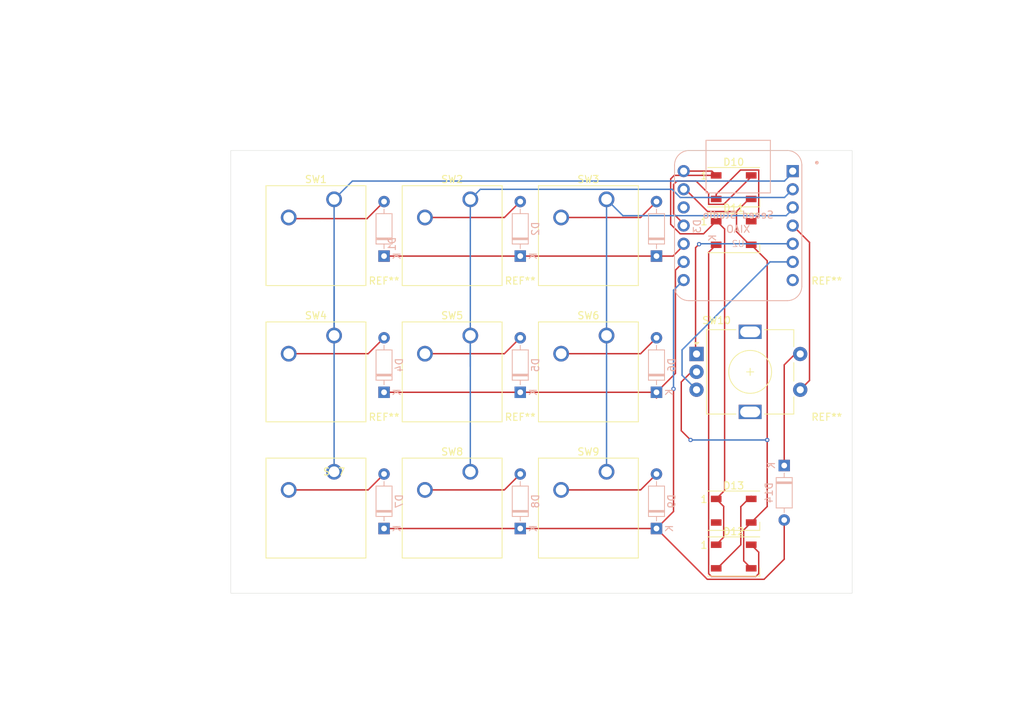
<source format=kicad_pcb>
(kicad_pcb (version 20240108) (generator "pcbnew") (generator_version "8.0")
  (layers (0 "F.Cu" signal) (31 "B.Cu" signal) (34 "B.Paste" user) (35 "F.Paste" user) (36 "B.SilkS" user "B.Silkscreen") (37 "F.SilkS" user "F.Silkscreen") (38 "B.Mask" user) (39 "F.Mask" user) (44 "Edge.Cuts" user))
  (net 0 "")
  (net 1 "Net-(D1-A)")
  (net 2 "Row 0")
  (net 3 "Net-(D11-DOUT)")
  (net 4 "Net-(D12-DOUT)")
  (net 5 "Net-(D2-A)")
  (net 6 "Net-(D3-A)")
  (net 7 "Net-(D4-A)")
  (net 8 "Row 1")
  (net 9 "Net-(D5-A)")
  (net 10 "Net-(D6-A)")
  (net 11 "Row 2")
  (net 12 "Net-(D7-A)")
  (net 13 "Net-(D8-A)")
  (net 14 "Net-(D9-A)")
  (net 15 "Col 0")
  (net 16 "Col 1")
  (net 17 "Col 2")
  (net 18 "GND")
  (net 19 "Net-(D10-DOUT)")
  (net 20 "VCC")
  (net 21 "WS2812B")
  (net 25 "EC11SWA")
  (net 26 "EC11A")
  (net 27 "EC11SWB")
  (net 28 "EC11B")
  (footprint "Button_Switch_Keyboard:SW_Cherry_MX_1.00u_PCB" (layer "F.Cu") (at 88.265 85.4075)
    (property "Reference" "SW7" (at 0 0 0) (layer "F.SilkS"))
    (property "Value" "SW_Push_45deg")
    (fp_line (start -9.525 -1.905) (end 4.445 -1.905) (stroke (width 0.12)) (layer "F.SilkS"))
    (fp_line (start -9.525 12.065) (end -9.525 -1.905) (stroke (width 0.12)) (layer "F.SilkS"))
    (fp_line (start 4.445 -1.905) (end 4.445 12.065) (stroke (width 0.12)) (layer "F.SilkS"))
    (fp_line (start 4.445 12.065) (end -9.525 12.065) (stroke (width 0.12)) (layer "F.SilkS"))
    (pad "" np_thru_hole circle (at -7.62 5.08) (size 1.7 1.7) (drill 1.7) (layers "*.Cu" "*.Mask"))
    (pad "" np_thru_hole circle (at -2.54 5.08) (size 4 4) (drill 4) (layers "*.Cu" "*.Mask"))
    (pad "" np_thru_hole circle (at 2.54 5.08) (size 1.7 1.7) (drill 1.7) (layers "*.Cu" "*.Mask"))
    (pad "1" thru_hole circle (at 0 0) (size 2.2 2.2) (drill 1.5) (layers "*.Cu" "*.Mask") (net 15 "Col 0"))
    (pad "2" thru_hole circle (at -6.35 2.54) (size 2.2 2.2) (drill 1.5) (layers "*.Cu" "*.Mask") (net 12 "Net-(D7-A)"))
  )
  (footprint "MountingHole:MountingHole_2.2mm_M2" (layer "F.Cu") (at 114.3 61.9125)
    (property "Reference" "REF**" (at 0 -3.2 0) (layer "F.SilkS"))
    (property "Value" "MountingHole_2.2mm_M2")
    (pad "" np_thru_hole circle (at 0 0) (size 2.2 2.2) (drill 2.2) (layers "*.Cu" "*.Mask"))
  )
  (footprint "MountingHole:MountingHole_2.2mm_M2" (layer "F.Cu") (at 95.252 80.9642)
    (property "Reference" "REF**" (at 0 -3.2 0) (layer "F.SilkS"))
    (property "Value" "MountingHole_2.2mm_M2")
    (pad "" np_thru_hole circle (at 0 0) (size 2.2 2.2) (drill 2.2) (layers "*.Cu" "*.Mask"))
  )
  (footprint "Button_Switch_Keyboard:SW_Cherry_MX_1.00u_PCB" (layer "F.Cu") (at 107.315 66.3575)
    (property "Reference" "SW5" (at -2.54 -2.794 0) (layer "F.SilkS"))
    (property "Value" "SW_Push_45deg")
    (fp_line (start -9.525 -1.905) (end 4.445 -1.905) (stroke (width 0.12)) (layer "F.SilkS"))
    (fp_line (start -9.525 12.065) (end -9.525 -1.905) (stroke (width 0.12)) (layer "F.SilkS"))
    (fp_line (start 4.445 -1.905) (end 4.445 12.065) (stroke (width 0.12)) (layer "F.SilkS"))
    (fp_line (start 4.445 12.065) (end -9.525 12.065) (stroke (width 0.12)) (layer "F.SilkS"))
    (pad "" np_thru_hole circle (at -7.62 5.08) (size 1.7 1.7) (drill 1.7) (layers "*.Cu" "*.Mask"))
    (pad "" np_thru_hole circle (at -2.54 5.08) (size 4 4) (drill 4) (layers "*.Cu" "*.Mask"))
    (pad "" np_thru_hole circle (at 2.54 5.08) (size 1.7 1.7) (drill 1.7) (layers "*.Cu" "*.Mask"))
    (pad "1" thru_hole circle (at 0 0) (size 2.2 2.2) (drill 1.5) (layers "*.Cu" "*.Mask") (net 16 "Col 1"))
    (pad "2" thru_hole circle (at -6.35 2.54) (size 2.2 2.2) (drill 1.5) (layers "*.Cu" "*.Mask") (net 9 "Net-(D5-A)"))
  )
  (footprint "LED_SMD:LED_WS2812B_PLCC4_5.0x5.0mm_P3.2mm" (layer "F.Cu") (at 144.14375 52.01875)
    (property "Reference" "D11" (at 0 -3.5 0) (layer "F.SilkS"))
    (property "Value" "WS2812B")
    (fp_line (start -3.65 -2.75) (end 3.65 -2.75) (stroke (width 0.12)) (layer "F.SilkS"))
    (fp_line (start -3.65 2.75) (end 3.65 2.75) (stroke (width 0.12)) (layer "F.SilkS"))
    (fp_line (start 3.65 2.75) (end 3.65 1.6) (stroke (width 0.12)) (layer "F.SilkS"))
    (fp_text user "1" (at -4.15 -1.6 0) (layer "F.SilkS"))
    (pad "1" smd rect (at -2.45 -1.65) (size 1.5 0.9) (layers "F.Cu" "F.Paste" "F.Mask") (net 20 "VCC"))
    (pad "2" smd rect (at -2.45 1.65) (size 1.5 0.9) (layers "F.Cu" "F.Paste" "F.Mask") (net 3 "Net-(D11-DOUT)"))
    (pad "3" smd rect (at 2.45 1.65) (size 1.5 0.9) (layers "F.Cu" "F.Paste" "F.Mask") (net 18 "GND"))
    (pad "4" smd rect (at 2.45 -1.65) (size 1.5 0.9) (layers "F.Cu" "F.Paste" "F.Mask") (net 19 "Net-(D10-DOUT)"))
  )
  (footprint "Button_Switch_Keyboard:SW_Cherry_MX_1.00u_PCB" (layer "F.Cu") (at 126.365 66.3575)
    (property "Reference" "SW6" (at -2.54 -2.794 0) (layer "F.SilkS"))
    (property "Value" "SW_Push_45deg")
    (fp_line (start -9.525 -1.905) (end 4.445 -1.905) (stroke (width 0.12)) (layer "F.SilkS"))
    (fp_line (start -9.525 12.065) (end -9.525 -1.905) (stroke (width 0.12)) (layer "F.SilkS"))
    (fp_line (start 4.445 -1.905) (end 4.445 12.065) (stroke (width 0.12)) (layer "F.SilkS"))
    (fp_line (start 4.445 12.065) (end -9.525 12.065) (stroke (width 0.12)) (layer "F.SilkS"))
    (pad "" np_thru_hole circle (at -7.62 5.08) (size 1.7 1.7) (drill 1.7) (layers "*.Cu" "*.Mask"))
    (pad "" np_thru_hole circle (at -2.54 5.08) (size 4 4) (drill 4) (layers "*.Cu" "*.Mask"))
    (pad "" np_thru_hole circle (at 2.54 5.08) (size 1.7 1.7) (drill 1.7) (layers "*.Cu" "*.Mask"))
    (pad "1" thru_hole circle (at 0 0) (size 2.2 2.2) (drill 1.5) (layers "*.Cu" "*.Mask") (net 17 "Col 2"))
    (pad "2" thru_hole circle (at -6.35 2.54) (size 2.2 2.2) (drill 1.5) (layers "*.Cu" "*.Mask") (net 10 "Net-(D6-A)"))
  )
  (footprint "MountingHole:MountingHole_2.2mm_M2" (layer "F.Cu") (at 157.1658 61.9138)
    (property "Reference" "REF**" (at 0 -3.2 0) (layer "F.SilkS"))
    (property "Value" "MountingHole_2.2mm_M2")
    (pad "" np_thru_hole circle (at 0 0) (size 2.2 2.2) (drill 2.2) (layers "*.Cu" "*.Mask"))
  )
  (footprint "Button_Switch_Keyboard:SW_Cherry_MX_1.00u_PCB" (layer "F.Cu") (at 88.265 47.3075)
    (property "Reference" "SW1" (at -2.54 -2.794 0) (layer "F.SilkS"))
    (property "Value" "SW_Push_45deg")
    (fp_line (start -9.525 -1.905) (end 4.445 -1.905) (stroke (width 0.12)) (layer "F.SilkS"))
    (fp_line (start -9.525 12.065) (end -9.525 -1.905) (stroke (width 0.12)) (layer "F.SilkS"))
    (fp_line (start 4.445 -1.905) (end 4.445 12.065) (stroke (width 0.12)) (layer "F.SilkS"))
    (fp_line (start 4.445 12.065) (end -9.525 12.065) (stroke (width 0.12)) (layer "F.SilkS"))
    (pad "" np_thru_hole circle (at -7.62 5.08) (size 1.7 1.7) (drill 1.7) (layers "*.Cu" "*.Mask"))
    (pad "" np_thru_hole circle (at -2.54 5.08) (size 4 4) (drill 4) (layers "*.Cu" "*.Mask"))
    (pad "" np_thru_hole circle (at 2.54 5.08) (size 1.7 1.7) (drill 1.7) (layers "*.Cu" "*.Mask"))
    (pad "1" thru_hole circle (at 0 0) (size 2.2 2.2) (drill 1.5) (layers "*.Cu" "*.Mask") (net 15 "Col 0"))
    (pad "2" thru_hole circle (at -6.35 2.54) (size 2.2 2.2) (drill 1.5) (layers "*.Cu" "*.Mask") (net 1 "Net-(D1-A)"))
  )
  (footprint "Rotary_Encoder:RotaryEncoder_Alps_EC11E-Switch_Vertical_H20mm" (layer "F.Cu") (at 138.94995 68.939)
    (property "Reference" "SW10" (at 2.8 -4.7 0) (layer "F.SilkS"))
    (property "Value" "RotaryEncoder_Switch")
    (fp_line (start -0.3 -1.6) (end 0.3 -1.6) (stroke (width 0.12)) (layer "F.SilkS"))
    (fp_line (start 0 -1.3) (end -0.3 -1.6) (stroke (width 0.12)) (layer "F.SilkS"))
    (fp_line (start 0.3 -1.6) (end 0 -1.3) (stroke (width 0.12)) (layer "F.SilkS"))
    (fp_line (start 1.4 -3.4) (end 1.4 8.4) (stroke (width 0.12)) (layer "F.SilkS"))
    (fp_line (start 5.5 -3.4) (end 1.4 -3.4) (stroke (width 0.12)) (layer "F.SilkS"))
    (fp_line (start 5.5 8.4) (end 1.4 8.4) (stroke (width 0.12)) (layer "F.SilkS"))
    (fp_line (start 7 2.5) (end 8 2.5) (stroke (width 0.12)) (layer "F.SilkS"))
    (fp_line (start 7.5 2) (end 7.5 3) (stroke (width 0.12)) (layer "F.SilkS"))
    (fp_line (start 9.5 -3.4) (end 13.6 -3.4) (stroke (width 0.12)) (layer "F.SilkS"))
    (fp_line (start 13.6 -3.4) (end 13.6 -1) (stroke (width 0.12)) (layer "F.SilkS"))
    (fp_line (start 13.6 1.2) (end 13.6 3.8) (stroke (width 0.12)) (layer "F.SilkS"))
    (fp_line (start 13.6 6) (end 13.6 8.4) (stroke (width 0.12)) (layer "F.SilkS"))
    (fp_line (start 13.6 8.4) (end 9.5 8.4) (stroke (width 0.12)) (layer "F.SilkS"))
    (fp_circle (center 7.5 2.5) (end 10.5 2.5) (stroke (width 0.12)) (fill none) (layer "F.SilkS"))
    (pad "A" thru_hole rect (at 0 0) (size 2 2) (drill 1) (layers "*.Cu" "*.Mask") (net 26 "EC11A"))
    (pad "B" thru_hole circle (at 0 5) (size 2 2) (drill 1) (layers "*.Cu" "*.Mask") (net 28 "EC11B"))
    (pad "C" thru_hole circle (at 0 2.5) (size 2 2) (drill 1) (layers "*.Cu" "*.Mask") (net 18 "GND"))
    (pad "MP" thru_hole rect (at 7.5 -3.1) (size 3.2 2) (drill oval 2.8 1.5) (layers "*.Cu" "*.Mask"))
    (pad "MP" thru_hole rect (at 7.5 8.1) (size 3.2 2) (drill oval 2.8 1.5) (layers "*.Cu" "*.Mask"))
    (pad "S1" thru_hole circle (at 14.5 5) (size 2 2) (drill 1) (layers "*.Cu" "*.Mask") (net 27 "EC11SWB"))
    (pad "S2" thru_hole circle (at 14.5 0) (size 2 2) (drill 1) (layers "*.Cu" "*.Mask") (net 25 "EC11SWA"))
  )
  (footprint "LED_SMD:LED_WS2812B_PLCC4_5.0x5.0mm_P3.2mm" (layer "F.Cu") (at 144.14375 90.85625)
    (property "Reference" "D13" (at 0 -3.5 0) (layer "F.SilkS"))
    (property "Value" "WS2812B")
    (fp_line (start -3.65 -2.75) (end 3.65 -2.75) (stroke (width 0.12)) (layer "F.SilkS"))
    (fp_line (start -3.65 2.75) (end 3.65 2.75) (stroke (width 0.12)) (layer "F.SilkS"))
    (fp_line (start 3.65 2.75) (end 3.65 1.6) (stroke (width 0.12)) (layer "F.SilkS"))
    (fp_text user "1" (at -4.15 -1.6 0) (layer "F.SilkS"))
    (pad "1" smd rect (at -2.45 -1.65) (size 1.5 0.9) (layers "F.Cu" "F.Paste" "F.Mask") (net 20 "VCC"))
    (pad "2" smd rect (at -2.45 1.65) (size 1.5 0.9) (layers "F.Cu" "F.Paste" "F.Mask"))
    (pad "3" smd rect (at 2.45 1.65) (size 1.5 0.9) (layers "F.Cu" "F.Paste" "F.Mask") (net 18 "GND"))
    (pad "4" smd rect (at 2.45 -1.65) (size 1.5 0.9) (layers "F.Cu" "F.Paste" "F.Mask") (net 4 "Net-(D12-DOUT)"))
  )
  (footprint "MountingHole:MountingHole_2.2mm_M2" (layer "F.Cu") (at 114.3 80.9625)
    (property "Reference" "REF**" (at 0 -3.2 0) (layer "F.SilkS"))
    (property "Value" "MountingHole_2.2mm_M2")
    (pad "" np_thru_hole circle (at 0 0) (size 2.2 2.2) (drill 2.2) (layers "*.Cu" "*.Mask"))
  )
  (footprint "MountingHole:MountingHole_2.2mm_M2" (layer "F.Cu") (at 157.1658 80.9642)
    (property "Reference" "REF**" (at 0 -3.2 0) (layer "F.SilkS"))
    (property "Value" "MountingHole_2.2mm_M2")
    (pad "" np_thru_hole circle (at 0 0) (size 2.2 2.2) (drill 2.2) (layers "*.Cu" "*.Mask"))
  )
  (footprint "MountingHole:MountingHole_2.2mm_M2" (layer "F.Cu") (at 95.252 61.9138)
    (property "Reference" "REF**" (at 0 -3.2 0) (layer "F.SilkS"))
    (property "Value" "MountingHole_2.2mm_M2")
    (pad "" np_thru_hole circle (at 0 0) (size 2.2 2.2) (drill 2.2) (layers "*.Cu" "*.Mask"))
  )
  (footprint "LED_SMD:LED_WS2812B_PLCC4_5.0x5.0mm_P3.2mm" (layer "F.Cu") (at 144.14375 45.6125)
    (property "Reference" "D10" (at 0 -3.5 0) (layer "F.SilkS"))
    (property "Value" "WS2812B")
    (fp_line (start -3.65 -2.75) (end 3.65 -2.75) (stroke (width 0.12)) (layer "F.SilkS"))
    (fp_line (start -3.65 2.75) (end 3.65 2.75) (stroke (width 0.12)) (layer "F.SilkS"))
    (fp_line (start 3.65 2.75) (end 3.65 1.6) (stroke (width 0.12)) (layer "F.SilkS"))
    (fp_text user "1" (at -4.15 -1.6 0) (layer "F.SilkS"))
    (pad "1" smd rect (at -2.45 -1.65) (size 1.5 0.9) (layers "F.Cu" "F.Paste" "F.Mask") (net 20 "VCC"))
    (pad "2" smd rect (at -2.45 1.65) (size 1.5 0.9) (layers "F.Cu" "F.Paste" "F.Mask") (net 19 "Net-(D10-DOUT)"))
    (pad "3" smd rect (at 2.45 1.65) (size 1.5 0.9) (layers "F.Cu" "F.Paste" "F.Mask") (net 18 "GND"))
    (pad "4" smd rect (at 2.45 -1.65) (size 1.5 0.9) (layers "F.Cu" "F.Paste" "F.Mask") (net 21 "WS2812B"))
  )
  (footprint "Button_Switch_Keyboard:SW_Cherry_MX_1.00u_PCB" (layer "F.Cu") (at 126.365 47.3075)
    (property "Reference" "SW3" (at -2.54 -2.794 0) (layer "F.SilkS"))
    (property "Value" "SW_Push_45deg")
    (fp_line (start -9.525 -1.905) (end 4.445 -1.905) (stroke (width 0.12)) (layer "F.SilkS"))
    (fp_line (start -9.525 12.065) (end -9.525 -1.905) (stroke (width 0.12)) (layer "F.SilkS"))
    (fp_line (start 4.445 -1.905) (end 4.445 12.065) (stroke (width 0.12)) (layer "F.SilkS"))
    (fp_line (start 4.445 12.065) (end -9.525 12.065) (stroke (width 0.12)) (layer "F.SilkS"))
    (pad "" np_thru_hole circle (at -7.62 5.08) (size 1.7 1.7) (drill 1.7) (layers "*.Cu" "*.Mask"))
    (pad "" np_thru_hole circle (at -2.54 5.08) (size 4 4) (drill 4) (layers "*.Cu" "*.Mask"))
    (pad "" np_thru_hole circle (at 2.54 5.08) (size 1.7 1.7) (drill 1.7) (layers "*.Cu" "*.Mask"))
    (pad "1" thru_hole circle (at 0 0) (size 2.2 2.2) (drill 1.5) (layers "*.Cu" "*.Mask") (net 17 "Col 2"))
    (pad "2" thru_hole circle (at -6.35 2.54) (size 2.2 2.2) (drill 1.5) (layers "*.Cu" "*.Mask") (net 6 "Net-(D3-A)"))
  )
  (footprint "Button_Switch_Keyboard:SW_Cherry_MX_1.00u_PCB" (layer "F.Cu") (at 107.315 85.4075)
    (property "Reference" "SW8" (at -2.54 -2.794 0) (layer "F.SilkS"))
    (property "Value" "SW_Push_45deg")
    (fp_line (start -9.525 -1.905) (end 4.445 -1.905) (stroke (width 0.12)) (layer "F.SilkS"))
    (fp_line (start -9.525 12.065) (end -9.525 -1.905) (stroke (width 0.12)) (layer "F.SilkS"))
    (fp_line (start 4.445 -1.905) (end 4.445 12.065) (stroke (width 0.12)) (layer "F.SilkS"))
    (fp_line (start 4.445 12.065) (end -9.525 12.065) (stroke (width 0.12)) (layer "F.SilkS"))
    (pad "" np_thru_hole circle (at -7.62 5.08) (size 1.7 1.7) (drill 1.7) (layers "*.Cu" "*.Mask"))
    (pad "" np_thru_hole circle (at -2.54 5.08) (size 4 4) (drill 4) (layers "*.Cu" "*.Mask"))
    (pad "" np_thru_hole circle (at 2.54 5.08) (size 1.7 1.7) (drill 1.7) (layers "*.Cu" "*.Mask"))
    (pad "1" thru_hole circle (at 0 0) (size 2.2 2.2) (drill 1.5) (layers "*.Cu" "*.Mask") (net 16 "Col 1"))
    (pad "2" thru_hole circle (at -6.35 2.54) (size 2.2 2.2) (drill 1.5) (layers "*.Cu" "*.Mask") (net 13 "Net-(D8-A)"))
  )
  (footprint "Button_Switch_Keyboard:SW_Cherry_MX_1.00u_PCB" (layer "F.Cu") (at 126.365 85.4075)
    (property "Reference" "SW9" (at -2.54 -2.794 0) (layer "F.SilkS"))
    (property "Value" "SW_Push_45deg")
    (fp_line (start -9.525 -1.905) (end 4.445 -1.905) (stroke (width 0.12)) (layer "F.SilkS"))
    (fp_line (start -9.525 12.065) (end -9.525 -1.905) (stroke (width 0.12)) (layer "F.SilkS"))
    (fp_line (start 4.445 -1.905) (end 4.445 12.065) (stroke (width 0.12)) (layer "F.SilkS"))
    (fp_line (start 4.445 12.065) (end -9.525 12.065) (stroke (width 0.12)) (layer "F.SilkS"))
    (pad "" np_thru_hole circle (at -7.62 5.08) (size 1.7 1.7) (drill 1.7) (layers "*.Cu" "*.Mask"))
    (pad "" np_thru_hole circle (at -2.54 5.08) (size 4 4) (drill 4) (layers "*.Cu" "*.Mask"))
    (pad "" np_thru_hole circle (at 2.54 5.08) (size 1.7 1.7) (drill 1.7) (layers "*.Cu" "*.Mask"))
    (pad "1" thru_hole circle (at 0 0) (size 2.2 2.2) (drill 1.5) (layers "*.Cu" "*.Mask") (net 17 "Col 2"))
    (pad "2" thru_hole circle (at -6.35 2.54) (size 2.2 2.2) (drill 1.5) (layers "*.Cu" "*.Mask") (net 14 "Net-(D9-A)"))
  )
  (footprint "LED_SMD:LED_WS2812B_PLCC4_5.0x5.0mm_P3.2mm" (layer "F.Cu") (at 144.14375 97.2625)
    (property "Reference" "D12" (at 0 -3.5 0) (layer "F.SilkS"))
    (property "Value" "WS2812B")
    (fp_line (start -3.65 -2.75) (end 3.65 -2.75) (stroke (width 0.12)) (layer "F.SilkS"))
    (fp_line (start -3.65 2.75) (end 3.65 2.75) (stroke (width 0.12)) (layer "F.SilkS"))
    (fp_line (start 3.65 2.75) (end 3.65 1.6) (stroke (width 0.12)) (layer "F.SilkS"))
    (fp_text user "1" (at -4.15 -1.6 0) (layer "F.SilkS"))
    (pad "1" smd rect (at -2.45 -1.65) (size 1.5 0.9) (layers "F.Cu" "F.Paste" "F.Mask") (net 20 "VCC"))
    (pad "2" smd rect (at -2.45 1.65) (size 1.5 0.9) (layers "F.Cu" "F.Paste" "F.Mask") (net 4 "Net-(D12-DOUT)"))
    (pad "3" smd rect (at 2.45 1.65) (size 1.5 0.9) (layers "F.Cu" "F.Paste" "F.Mask") (net 18 "GND"))
    (pad "4" smd rect (at 2.45 -1.65) (size 1.5 0.9) (layers "F.Cu" "F.Paste" "F.Mask") (net 3 "Net-(D11-DOUT)"))
  )
  (footprint "Button_Switch_Keyboard:SW_Cherry_MX_1.00u_PCB" (layer "F.Cu") (at 88.265 66.3575)
    (property "Reference" "SW4" (at -2.54 -2.794 0) (layer "F.SilkS"))
    (property "Value" "SW_Push_45deg")
    (fp_line (start -9.525 -1.905) (end 4.445 -1.905) (stroke (width 0.12)) (layer "F.SilkS"))
    (fp_line (start -9.525 12.065) (end -9.525 -1.905) (stroke (width 0.12)) (layer "F.SilkS"))
    (fp_line (start 4.445 -1.905) (end 4.445 12.065) (stroke (width 0.12)) (layer "F.SilkS"))
    (fp_line (start 4.445 12.065) (end -9.525 12.065) (stroke (width 0.12)) (layer "F.SilkS"))
    (pad "" np_thru_hole circle (at -7.62 5.08) (size 1.7 1.7) (drill 1.7) (layers "*.Cu" "*.Mask"))
    (pad "" np_thru_hole circle (at -2.54 5.08) (size 4 4) (drill 4) (layers "*.Cu" "*.Mask"))
    (pad "" np_thru_hole circle (at 2.54 5.08) (size 1.7 1.7) (drill 1.7) (layers "*.Cu" "*.Mask"))
    (pad "1" thru_hole circle (at 0 0) (size 2.2 2.2) (drill 1.5) (layers "*.Cu" "*.Mask") (net 15 "Col 0"))
    (pad "2" thru_hole circle (at -6.35 2.54) (size 2.2 2.2) (drill 1.5) (layers "*.Cu" "*.Mask") (net 7 "Net-(D4-A)"))
  )
  (footprint "Button_Switch_Keyboard:SW_Cherry_MX_1.00u_PCB" (layer "F.Cu") (at 107.315 47.3075)
    (property "Reference" "SW2" (at -2.54 -2.794 0) (layer "F.SilkS"))
    (property "Value" "SW_Push_45deg")
    (fp_line (start -9.525 -1.905) (end 4.445 -1.905) (stroke (width 0.12)) (layer "F.SilkS"))
    (fp_line (start -9.525 12.065) (end -9.525 -1.905) (stroke (width 0.12)) (layer "F.SilkS"))
    (fp_line (start 4.445 -1.905) (end 4.445 12.065) (stroke (width 0.12)) (layer "F.SilkS"))
    (fp_line (start 4.445 12.065) (end -9.525 12.065) (stroke (width 0.12)) (layer "F.SilkS"))
    (pad "" np_thru_hole circle (at -7.62 5.08) (size 1.7 1.7) (drill 1.7) (layers "*.Cu" "*.Mask"))
    (pad "" np_thru_hole circle (at -2.54 5.08) (size 4 4) (drill 4) (layers "*.Cu" "*.Mask"))
    (pad "" np_thru_hole circle (at 2.54 5.08) (size 1.7 1.7) (drill 1.7) (layers "*.Cu" "*.Mask"))
    (pad "1" thru_hole circle (at 0 0) (size 2.2 2.2) (drill 1.5) (layers "*.Cu" "*.Mask") (net 16 "Col 1"))
    (pad "2" thru_hole circle (at -6.35 2.54) (size 2.2 2.2) (drill 1.5) (layers "*.Cu" "*.Mask") (net 5 "Net-(D2-A)"))
  )
  (footprint "Diode_THT:D_DO-35_SOD27_P7.62mm_Horizontal" (layer "B.Cu") (at 95.25 93.345 90)
    (property "Reference" "D7" (at 3.81 2.12 90) (layer "B.SilkS") (effects (justify mirror)))
    (property "Value" "D")
    (fp_line (start 5.93 -1.12) (end 1.69 -1.12) (stroke (width 0.12)) (layer "B.SilkS"))
    (fp_line (start 2.53 -1.12) (end 2.53 1.12) (stroke (width 0.12)) (layer "B.SilkS"))
    (fp_line (start 2.41 -1.12) (end 2.41 1.12) (stroke (width 0.12)) (layer "B.SilkS"))
    (fp_line (start 2.29 -1.12) (end 2.29 1.12) (stroke (width 0.12)) (layer "B.SilkS"))
    (fp_line (start 1.69 -1.12) (end 1.69 1.12) (stroke (width 0.12)) (layer "B.SilkS"))
    (fp_line (start 5.93 0) (end 6.58 0) (stroke (width 0.12)) (layer "B.SilkS"))
    (fp_line (start 1.69 0) (end 1.04 0) (stroke (width 0.12)) (layer "B.SilkS"))
    (fp_line (start 5.93 1.12) (end 5.93 -1.12) (stroke (width 0.12)) (layer "B.SilkS"))
    (fp_line (start 1.69 1.12) (end 5.93 1.12) (stroke (width 0.12)) (layer "B.SilkS"))
    (fp_text user "K" (at 0 1.8 90) (layer "B.SilkS") (effects (justify mirror)))
    (pad "1" thru_hole rect (at 0 0 90) (size 1.6 1.6) (drill 0.8) (layers "*.Cu" "*.Mask") (net 11 "Row 2"))
    (pad "2" thru_hole oval (at 7.62 0 90) (size 1.6 1.6) (drill 0.8) (layers "*.Cu" "*.Mask") (net 12 "Net-(D7-A)"))
  )
  (footprint "Diode_THT:D_DO-35_SOD27_P7.62mm_Horizontal" (layer "B.Cu") (at 133.35 55.245 90)
    (property "Reference" "D3" (at 4.1725 5.70125 90) (layer "B.SilkS") (effects (justify mirror)))
    (property "Value" "D")
    (fp_line (start 5.93 -1.12) (end 1.69 -1.12) (stroke (width 0.12)) (layer "B.SilkS"))
    (fp_line (start 2.53 -1.12) (end 2.53 1.12) (stroke (width 0.12)) (layer "B.SilkS"))
    (fp_line (start 2.41 -1.12) (end 2.41 1.12) (stroke (width 0.12)) (layer "B.SilkS"))
    (fp_line (start 2.29 -1.12) (end 2.29 1.12) (stroke (width 0.12)) (layer "B.SilkS"))
    (fp_line (start 1.69 -1.12) (end 1.69 1.12) (stroke (width 0.12)) (layer "B.SilkS"))
    (fp_line (start 5.93 0) (end 6.58 0) (stroke (width 0.12)) (layer "B.SilkS"))
    (fp_line (start 1.69 0) (end 1.04 0) (stroke (width 0.12)) (layer "B.SilkS"))
    (fp_line (start 5.93 1.12) (end 5.93 -1.12) (stroke (width 0.12)) (layer "B.SilkS"))
    (fp_line (start 1.69 1.12) (end 5.93 1.12) (stroke (width 0.12)) (layer "B.SilkS"))
    (fp_text user "K" (at 2.53625 7.83125 90) (layer "B.SilkS") (effects (justify mirror)))
    (pad "1" thru_hole rect (at 0 0 90) (size 1.6 1.6) (drill 0.8) (layers "*.Cu" "*.Mask") (net 2 "Row 0"))
    (pad "2" thru_hole oval (at 7.62 0 90) (size 1.6 1.6) (drill 0.8) (layers "*.Cu" "*.Mask") (net 6 "Net-(D3-A)"))
  )
  (footprint "Diode_THT:D_DO-35_SOD27_P7.62mm_Horizontal" (layer "B.Cu") (at 114.3 93.345 90)
    (property "Reference" "D8" (at 3.81 2.12 90) (layer "B.SilkS") (effects (justify mirror)))
    (property "Value" "D")
    (fp_line (start 5.93 -1.12) (end 1.69 -1.12) (stroke (width 0.12)) (layer "B.SilkS"))
    (fp_line (start 2.53 -1.12) (end 2.53 1.12) (stroke (width 0.12)) (layer "B.SilkS"))
    (fp_line (start 2.41 -1.12) (end 2.41 1.12) (stroke (width 0.12)) (layer "B.SilkS"))
    (fp_line (start 2.29 -1.12) (end 2.29 1.12) (stroke (width 0.12)) (layer "B.SilkS"))
    (fp_line (start 1.69 -1.12) (end 1.69 1.12) (stroke (width 0.12)) (layer "B.SilkS"))
    (fp_line (start 5.93 0) (end 6.58 0) (stroke (width 0.12)) (layer "B.SilkS"))
    (fp_line (start 1.69 0) (end 1.04 0) (stroke (width 0.12)) (layer "B.SilkS"))
    (fp_line (start 5.93 1.12) (end 5.93 -1.12) (stroke (width 0.12)) (layer "B.SilkS"))
    (fp_line (start 1.69 1.12) (end 5.93 1.12) (stroke (width 0.12)) (layer "B.SilkS"))
    (fp_text user "K" (at 0 1.8 90) (layer "B.SilkS") (effects (justify mirror)))
    (pad "1" thru_hole rect (at 0 0 90) (size 1.6 1.6) (drill 0.8) (layers "*.Cu" "*.Mask") (net 11 "Row 2"))
    (pad "2" thru_hole oval (at 7.62 0 90) (size 1.6 1.6) (drill 0.8) (layers "*.Cu" "*.Mask") (net 13 "Net-(D8-A)"))
  )
  (footprint "Diode_THT:D_DO-35_SOD27_P7.62mm_Horizontal" (layer "B.Cu") (at 114.3 74.295 90)
    (property "Reference" "D5" (at 3.81 2.12 90) (layer "B.SilkS") (effects (justify mirror)))
    (property "Value" "D")
    (fp_line (start 5.93 -1.12) (end 1.69 -1.12) (stroke (width 0.12)) (layer "B.SilkS"))
    (fp_line (start 2.53 -1.12) (end 2.53 1.12) (stroke (width 0.12)) (layer "B.SilkS"))
    (fp_line (start 2.41 -1.12) (end 2.41 1.12) (stroke (width 0.12)) (layer "B.SilkS"))
    (fp_line (start 2.29 -1.12) (end 2.29 1.12) (stroke (width 0.12)) (layer "B.SilkS"))
    (fp_line (start 1.69 -1.12) (end 1.69 1.12) (stroke (width 0.12)) (layer "B.SilkS"))
    (fp_line (start 5.93 0) (end 6.58 0) (stroke (width 0.12)) (layer "B.SilkS"))
    (fp_line (start 1.69 0) (end 1.04 0) (stroke (width 0.12)) (layer "B.SilkS"))
    (fp_line (start 5.93 1.12) (end 5.93 -1.12) (stroke (width 0.12)) (layer "B.SilkS"))
    (fp_line (start 1.69 1.12) (end 5.93 1.12) (stroke (width 0.12)) (layer "B.SilkS"))
    (fp_text user "K" (at 0 1.8 90) (layer "B.SilkS") (effects (justify mirror)))
    (pad "1" thru_hole rect (at 0 0 90) (size 1.6 1.6) (drill 0.8) (layers "*.Cu" "*.Mask") (net 8 "Row 1"))
    (pad "2" thru_hole oval (at 7.62 0 90) (size 1.6 1.6) (drill 0.8) (layers "*.Cu" "*.Mask") (net 9 "Net-(D5-A)"))
  )
  (footprint "Diode_THT:D_DO-35_SOD27_P7.62mm_Horizontal" (layer "B.Cu") (at 133.35 74.295 90)
    (property "Reference" "D6" (at 3.81 2.12 90) (layer "B.SilkS") (effects (justify mirror)))
    (property "Value" "D")
    (fp_line (start 5.93 -1.12) (end 1.69 -1.12) (stroke (width 0.12)) (layer "B.SilkS"))
    (fp_line (start 2.53 -1.12) (end 2.53 1.12) (stroke (width 0.12)) (layer "B.SilkS"))
    (fp_line (start 2.41 -1.12) (end 2.41 1.12) (stroke (width 0.12)) (layer "B.SilkS"))
    (fp_line (start 2.29 -1.12) (end 2.29 1.12) (stroke (width 0.12)) (layer "B.SilkS"))
    (fp_line (start 1.69 -1.12) (end 1.69 1.12) (stroke (width 0.12)) (layer "B.SilkS"))
    (fp_line (start 5.93 0) (end 6.58 0) (stroke (width 0.12)) (layer "B.SilkS"))
    (fp_line (start 1.69 0) (end 1.04 0) (stroke (width 0.12)) (layer "B.SilkS"))
    (fp_line (start 5.93 1.12) (end 5.93 -1.12) (stroke (width 0.12)) (layer "B.SilkS"))
    (fp_line (start 1.69 1.12) (end 5.93 1.12) (stroke (width 0.12)) (layer "B.SilkS"))
    (fp_text user "K" (at 0 1.8 90) (layer "B.SilkS") (effects (justify mirror)))
    (pad "1" thru_hole rect (at 0 0 90) (size 1.6 1.6) (drill 0.8) (layers "*.Cu" "*.Mask") (net 8 "Row 1"))
    (pad "2" thru_hole oval (at 7.62 0 90) (size 1.6 1.6) (drill 0.8) (layers "*.Cu" "*.Mask") (net 10 "Net-(D6-A)"))
  )
  (footprint "Diode_THT:D_DO-35_SOD27_P7.62mm_Horizontal" (layer "B.Cu") (at 95.25 74.295 90)
    (property "Reference" "D4" (at 3.81 2.12 90) (layer "B.SilkS") (effects (justify mirror)))
    (property "Value" "D")
    (fp_line (start 5.93 -1.12) (end 1.69 -1.12) (stroke (width 0.12)) (layer "B.SilkS"))
    (fp_line (start 2.53 -1.12) (end 2.53 1.12) (stroke (width 0.12)) (layer "B.SilkS"))
    (fp_line (start 2.41 -1.12) (end 2.41 1.12) (stroke (width 0.12)) (layer "B.SilkS"))
    (fp_line (start 2.29 -1.12) (end 2.29 1.12) (stroke (width 0.12)) (layer "B.SilkS"))
    (fp_line (start 1.69 -1.12) (end 1.69 1.12) (stroke (width 0.12)) (layer "B.SilkS"))
    (fp_line (start 5.93 0) (end 6.58 0) (stroke (width 0.12)) (layer "B.SilkS"))
    (fp_line (start 1.69 0) (end 1.04 0) (stroke (width 0.12)) (layer "B.SilkS"))
    (fp_line (start 5.93 1.12) (end 5.93 -1.12) (stroke (width 0.12)) (layer "B.SilkS"))
    (fp_line (start 1.69 1.12) (end 5.93 1.12) (stroke (width 0.12)) (layer "B.SilkS"))
    (fp_text user "K" (at 0 1.8 90) (layer "B.SilkS") (effects (justify mirror)))
    (pad "1" thru_hole rect (at 0 0 90) (size 1.6 1.6) (drill 0.8) (layers "*.Cu" "*.Mask") (net 8 "Row 1"))
    (pad "2" thru_hole oval (at 7.62 0 90) (size 1.6 1.6) (drill 0.8) (layers "*.Cu" "*.Mask") (net 7 "Net-(D4-A)"))
  )
  (footprint "Seeed Studio XIAO Series Library:XIAO-Generic-Thruhole-14P-2.54-21X17.8MM" (layer "B.Cu") (at 144.775 50.98125 180)
    (property "Reference" "U2" (at 0 -2.54 0) (layer "B.SilkS") (effects (font (size 0.889 0.889) (thickness 0.1016)) (justify mirror)))
    (property "Value" "MOUDLE-SEEEDUINO-XIAO" (hide yes))
    (fp_line (start 8.9 8.5) (end 8.9 -8.5) (stroke (width 0.127)) (layer "B.SilkS"))
    (fp_line (start 6.9 -10.5) (end -6.9 -10.5) (stroke (width 0.127)) (layer "B.SilkS"))
    (fp_line (start 4.5 11.92403) (end -4.5 11.92403) (stroke (width 0.127)) (layer "B.SilkS"))
    (fp_line (start 4.5 4.57073) (end 4.5 11.92403) (stroke (width 0.127)) (layer "B.SilkS"))
    (fp_line (start -4.5 11.92403) (end -4.5 4.57073) (stroke (width 0.127)) (layer "B.SilkS"))
    (fp_line (start -4.5 4.57073) (end 4.5 4.57073) (stroke (width 0.127)) (layer "B.SilkS"))
    (fp_line (start -6.9 10.49909) (end 6.9 10.49909) (stroke (width 0.127)) (layer "B.SilkS"))
    (fp_line (start -8.9 -8.5) (end -8.9 8.5) (stroke (width 0.127)) (layer "B.SilkS"))
    (fp_arc (start 8.9 8.5) (mid 8.301492 9.901492) (end 6.9 10.5) (stroke (width 0.12)) (layer "B.SilkS"))
    (fp_arc (start 6.9 -10.5) (mid 8.314214 -9.914214) (end 8.9 -8.5) (stroke (width 0.12)) (layer "B.SilkS"))
    (fp_arc (start -6.9 10.5) (mid -8.301491 9.901491) (end -8.9 8.5) (stroke (width 0.12)) (layer "B.SilkS"))
    (fp_arc (start -8.9 -8.5) (mid -8.301423 -9.901423) (end -6.9 -10.5) (stroke (width 0.12)) (layer "B.SilkS"))
    (fp_circle (center -11 8.8) (end -11 9.054) (fill solid) (layer "B.SilkS"))
    (fp_poly (pts (xy -8.887715 8.561705) (xy -8.884667 8.610473) (xy -8.880603 8.659494)) (stroke (width 0.0254)) (fill none) (layer "B.SilkS"))
    (fp_poly (pts (xy 8.889492 -8.521574) (xy 8.887713 -8.57085) (xy 8.884665 -8.619618) (xy 8.880601 -8.668639) (xy 8.875268 -8.717407) (xy 8.868664 -8.766175) (xy 8.861044 -8.81469) (xy 8.852153 -8.86295) (xy 8.842248 -8.910955)) (stroke (width 0.0254)) (fill none) (layer "B.SilkS"))
    (fp_text user "Seeed Studio" (at 0 1.5 0) (layer "B.SilkS") (effects (justify mirror)))
    (fp_text user "XIAO" (at 0 -0.5 0) (layer "B.SilkS") (effects (justify mirror)))
    (pad "1" thru_hole rect (at -7.625 7.62 180) (size 1.7 1.7) (drill 1) (layers "*.Cu" "*.Mask") (net 15 "Col 0"))
    (pad "2" thru_hole circle (at -7.625 5.08 180) (size 1.7 1.7) (drill 1) (layers "*.Cu" "*.Mask") (net 16 "Col 1"))
    (pad "3" thru_hole circle (at -7.625 2.54 180) (size 1.7 1.7) (drill 1) (layers "*.Cu" "*.Mask") (net 17 "Col 2"))
    (pad "4" thru_hole circle (at -7.625 0 180) (size 1.7 1.7) (drill 1) (layers "*.Cu" "*.Mask") (net 27 "EC11SWB"))
    (pad "5" thru_hole circle (at -7.625 -2.54 180) (size 1.7 1.7) (drill 1) (layers "*.Cu" "*.Mask") (net 26 "EC11A"))
    (pad "6" thru_hole circle (at -7.625 -5.08) (size 1.7 1.7) (drill 1) (layers "*.Cu" "*.Mask") (net 28 "EC11B"))
    (pad "7" thru_hole circle (at -7.625 -7.62 180) (size 1.7 1.7) (drill 1) (layers "*.Cu" "*.Mask"))
    (pad "8" thru_hole circle (at 7.625 -7.62 180) (size 1.7 1.7) (drill 1) (layers "*.Cu" "*.Mask") (net 11 "Row 2"))
    (pad "9" thru_hole circle (at 7.625 -5.08 180) (size 1.7 1.7) (drill 1) (layers "*.Cu" "*.Mask") (net 8 "Row 1"))
    (pad "10" thru_hole circle (at 7.625 -2.54 180) (size 1.7 1.7) (drill 1) (layers "*.Cu" "*.Mask") (net 2 "Row 0"))
    (pad "11" thru_hole circle (at 7.625 0 180) (size 1.7 1.7) (drill 1) (layers "*.Cu" "*.Mask") (net 21 "WS2812B"))
    (pad "12" thru_hole circle (at 7.625 2.54 180) (size 1.7 1.7) (drill 1) (layers "*.Cu" "*.Mask"))
    (pad "13" thru_hole circle (at 7.625 5.08 180) (size 1.7 1.7) (drill 1) (layers "*.Cu" "*.Mask") (net 18 "GND"))
    (pad "14" thru_hole circle (at 7.625 7.62 180) (size 1.7 1.7) (drill 1) (layers "*.Cu" "*.Mask") (net 20 "VCC"))
  )
  (footprint "Diode_THT:D_DO-35_SOD27_P7.62mm_Horizontal" (layer "B.Cu") (at 95.25 55.245 90)
    (property "Reference" "D1" (at 1.69 1.12 90) (layer "B.SilkS") (effects (justify mirror)))
    (property "Value" "D")
    (fp_line (start 5.93 -1.12) (end 1.69 -1.12) (stroke (width 0.12)) (layer "B.SilkS"))
    (fp_line (start 2.53 -1.12) (end 2.53 1.12) (stroke (width 0.12)) (layer "B.SilkS"))
    (fp_line (start 2.41 -1.12) (end 2.41 1.12) (stroke (width 0.12)) (layer "B.SilkS"))
    (fp_line (start 2.29 -1.12) (end 2.29 1.12) (stroke (width 0.12)) (layer "B.SilkS"))
    (fp_line (start 1.69 -1.12) (end 1.69 1.12) (stroke (width 0.12)) (layer "B.SilkS"))
    (fp_line (start 5.93 0) (end 6.58 0) (stroke (width 0.12)) (layer "B.SilkS"))
    (fp_line (start 1.69 0) (end 1.04 0) (stroke (width 0.12)) (layer "B.SilkS"))
    (fp_line (start 5.93 1.12) (end 5.93 -1.12) (stroke (width 0.12)) (layer "B.SilkS"))
    (fp_line (start 1.69 1.12) (end 5.93 1.12) (stroke (width 0.12)) (layer "B.SilkS"))
    (fp_text user "K" (at 0 1.8 90) (layer "B.SilkS") (effects (justify mirror)))
    (pad "1" thru_hole rect (at 0 0 90) (size 1.6 1.6) (drill 0.8) (layers "*.Cu" "*.Mask") (net 2 "Row 0"))
    (pad "2" thru_hole oval (at 7.62 0 90) (size 1.6 1.6) (drill 0.8) (layers "*.Cu" "*.Mask") (net 1 "Net-(D1-A)"))
  )
  (footprint "Diode_THT:D_DO-35_SOD27_P7.62mm_Horizontal" (layer "B.Cu") (at 151.21255 84.53615 -90)
    (property "Reference" "D14" (at 3.81 2.12 90) (layer "B.SilkS") (effects (justify mirror)))
    (property "Value" "D")
    (fp_line (start 1.69 1.12) (end 5.93 1.12) (stroke (width 0.12)) (layer "B.SilkS"))
    (fp_line (start 5.93 1.12) (end 5.93 -1.12) (stroke (width 0.12)) (layer "B.SilkS"))
    (fp_line (start 1.69 0) (end 1.04 0) (stroke (width 0.12)) (layer "B.SilkS"))
    (fp_line (start 5.93 0) (end 6.58 0) (stroke (width 0.12)) (layer "B.SilkS"))
    (fp_line (start 1.69 -1.12) (end 1.69 1.12) (stroke (width 0.12)) (layer "B.SilkS"))
    (fp_line (start 2.29 -1.12) (end 2.29 1.12) (stroke (width 0.12)) (layer "B.SilkS"))
    (fp_line (start 2.41 -1.12) (end 2.41 1.12) (stroke (width 0.12)) (layer "B.SilkS"))
    (fp_line (start 2.53 -1.12) (end 2.53 1.12) (stroke (width 0.12)) (layer "B.SilkS"))
    (fp_line (start 5.93 -1.12) (end 1.69 -1.12) (stroke (width 0.12)) (layer "B.SilkS"))
    (fp_text user "K" (at 0 1.8 90) (layer "B.SilkS") (effects (justify mirror)))
    (pad "1" thru_hole rect (at 0 0 270) (size 1.6 1.6) (drill 0.8) (layers "*.Cu" "*.Mask") (net 25 "EC11SWA"))
    (pad "2" thru_hole oval (at 7.62 0 270) (size 1.6 1.6) (drill 0.8) (layers "*.Cu" "*.Mask") (net 11 "Row 2"))
  )
  (footprint "Diode_THT:D_DO-35_SOD27_P7.62mm_Horizontal" (layer "B.Cu") (at 133.35 93.345 90)
    (property "Reference" "D9" (at 3.81 2.12 90) (layer "B.SilkS") (effects (justify mirror)))
    (property "Value" "D")
    (fp_line (start 5.93 -1.12) (end 1.69 -1.12) (stroke (width 0.12)) (layer "B.SilkS"))
    (fp_line (start 2.53 -1.12) (end 2.53 1.12) (stroke (width 0.12)) (layer "B.SilkS"))
    (fp_line (start 2.41 -1.12) (end 2.41 1.12) (stroke (width 0.12)) (layer "B.SilkS"))
    (fp_line (start 2.29 -1.12) (end 2.29 1.12) (stroke (width 0.12)) (layer "B.SilkS"))
    (fp_line (start 1.69 -1.12) (end 1.69 1.12) (stroke (width 0.12)) (layer "B.SilkS"))
    (fp_line (start 5.93 0) (end 6.58 0) (stroke (width 0.12)) (layer "B.SilkS"))
    (fp_line (start 1.69 0) (end 1.04 0) (stroke (width 0.12)) (layer "B.SilkS"))
    (fp_line (start 5.93 1.12) (end 5.93 -1.12) (stroke (width 0.12)) (layer "B.SilkS"))
    (fp_line (start 1.69 1.12) (end 5.93 1.12) (stroke (width 0.12)) (layer "B.SilkS"))
    (fp_text user "K" (at 0 1.8 90) (layer "B.SilkS") (effects (justify mirror)))
    (pad "1" thru_hole rect (at 0 0 90) (size 1.6 1.6) (drill 0.8) (layers "*.Cu" "*.Mask") (net 11 "Row 2"))
    (pad "2" thru_hole oval (at 7.62 0 90) (size 1.6 1.6) (drill 0.8) (layers "*.Cu" "*.Mask") (net 14 "Net-(D9-A)"))
  )
  (footprint "Diode_THT:D_DO-35_SOD27_P7.62mm_Horizontal" (layer "B.Cu") (at 114.3 55.245 90)
    (property "Reference" "D2" (at 3.81 2.12 90) (layer "B.SilkS") (effects (justify mirror)))
    (property "Value" "D")
    (fp_line (start 5.93 -1.12) (end 1.69 -1.12) (stroke (width 0.12)) (layer "B.SilkS"))
    (fp_line (start 2.53 -1.12) (end 2.53 1.12) (stroke (width 0.12)) (layer "B.SilkS"))
    (fp_line (start 2.41 -1.12) (end 2.41 1.12) (stroke (width 0.12)) (layer "B.SilkS"))
    (fp_line (start 2.29 -1.12) (end 2.29 1.12) (stroke (width 0.12)) (layer "B.SilkS"))
    (fp_line (start 1.69 -1.12) (end 1.69 1.12) (stroke (width 0.12)) (layer "B.SilkS"))
    (fp_line (start 5.93 0) (end 6.58 0) (stroke (width 0.12)) (layer "B.SilkS"))
    (fp_line (start 1.69 0) (end 1.04 0) (stroke (width 0.12)) (layer "B.SilkS"))
    (fp_line (start 5.93 1.12) (end 5.93 -1.12) (stroke (width 0.12)) (layer "B.SilkS"))
    (fp_line (start 1.69 1.12) (end 5.93 1.12) (stroke (width 0.12)) (layer "B.SilkS"))
    (fp_text user "K" (at 0 1.8 90) (layer "B.SilkS") (effects (justify mirror)))
    (pad "1" thru_hole rect (at 0 0 90) (size 1.6 1.6) (drill 0.8) (layers "*.Cu" "*.Mask") (net 2 "Row 0"))
    (pad "2" thru_hole oval (at 7.62 0 90) (size 1.6 1.6) (drill 0.8) (layers "*.Cu" "*.Mask") (net 5 "Net-(D2-A)"))
  )
  (gr_rect (start 73.81875 40.48125) (end 160.7107 102.39375) (stroke (width 0.05)) (fill none) (layer "Edge.Cuts"))
  (segment (start 81.915 49.8475) (end 82.07375 50.00625) (width 0.2) (layer "F.Cu") (net 1))
  (segment (start 92.86875 50.00625) (end 95.25 47.625) (width 0.2) (layer "F.Cu") (net 1))
  (segment (start 82.07375 50.00625) (end 92.86875 50.00625) (width 0.2) (layer "F.Cu") (net 1))
  (segment (start 95.25 55.245) (end 133.35 55.245) (width 0.2) (layer "F.Cu") (net 2))
  (segment (start 133.35 55.245) (end 135.66375 55.245) (width 0.2) (layer "F.Cu") (net 2))
  (segment (start 135.66375 55.245) (end 137.3875 53.52125) (width 0.2) (layer "F.Cu") (net 2))
  (segment (start 140.64375 99.6625) (end 140.64375 54.71875) (width 0.2) (layer "F.Cu") (net 3))
  (segment (start 147.25625 100.05) (end 141.03125 100.05) (width 0.2) (layer "F.Cu") (net 3))
  (segment (start 140.64375 54.71875) (end 141.69375 53.66875) (width 0.2) (layer "F.Cu") (net 3))
  (segment (start 141.03125 100.05) (end 140.64375 99.6625) (width 0.2) (layer "F.Cu") (net 3))
  (segment (start 147.64375 99.6625) (end 147.25625 100.05) (width 0.2) (layer "F.Cu") (net 3))
  (segment (start 146.59375 95.6125) (end 147.64375 96.6625) (width 0.2) (layer "F.Cu") (net 3))
  (segment (start 147.64375 96.6625) (end 147.64375 99.6625) (width 0.2) (layer "F.Cu") (net 3))
  (segment (start 141.69375 99.0675) (end 145.14375 95.6175) (width 0.2) (layer "F.Cu") (net 4))
  (segment (start 145.14375 95.6175) (end 145.14375 90.2875) (width 0.2) (layer "F.Cu") (net 4))
  (segment (start 145.14375 90.2875) (end 146.59375 88.8375) (width 0.2) (layer "F.Cu") (net 4))
  (segment (start 112.0775 49.8475) (end 114.3 47.625) (width 0.2) (layer "F.Cu") (net 5))
  (segment (start 100.965 49.8475) (end 112.0775 49.8475) (width 0.2) (layer "F.Cu") (net 5))
  (segment (start 131.1275 49.8475) (end 133.35 47.625) (width 0.2) (layer "F.Cu") (net 6))
  (segment (start 120.015 49.8475) (end 131.1275 49.8475) (width 0.2) (layer "F.Cu") (net 6))
  (segment (start 93.0275 68.8975) (end 95.25 66.675) (width 0.2) (layer "F.Cu") (net 7))
  (segment (start 81.915 68.8975) (end 93.0275 68.8975) (width 0.2) (layer "F.Cu") (net 7))
  (segment (start 136 57.21125) (end 137.15 56.06125) (width 0.2) (layer "F.Cu") (net 8))
  (segment (start 133.35 74.295) (end 136 71.645) (width 0.2) (layer "F.Cu") (net 8))
  (segment (start 133.35 74.295) (end 133.35 75.09875) (width 0.2) (layer "F.Cu") (net 8))
  (segment (start 95.25 74.295) (end 133.35 74.295) (width 0.2) (layer "F.Cu") (net 8))
  (segment (start 136 71.645) (end 136 57.21125) (width 0.2) (layer "F.Cu") (net 8))
  (segment (start 100.965 68.8975) (end 112.0775 68.8975) (width 0.2) (layer "F.Cu") (net 9))
  (segment (start 112.0775 68.8975) (end 114.3 66.675) (width 0.2) (layer "F.Cu") (net 9))
  (segment (start 131.1275 68.8975) (end 133.35 66.675) (width 0.2) (layer "F.Cu") (net 10))
  (segment (start 120.015 68.8975) (end 131.1275 68.8975) (width 0.2) (layer "F.Cu") (net 10))
  (segment (start 151.21255 97.6333) (end 151.21255 92.15615) (width 0.2) (layer "F.Cu") (net 11))
  (segment (start 148.39585 100.45) (end 151.21255 97.6333) (width 0.2) (layer "F.Cu") (net 11))
  (segment (start 133.35 93.345) (end 135.73125 90.96375) (width 0.2) (layer "F.Cu") (net 11))
  (segment (start 95.25 93.345) (end 133.35 93.345) (width 0.2) (layer "F.Cu") (net 11))
  (segment (start 135.73125 90.96375) (end 135.73125 73.81875) (width 0.2) (layer "F.Cu") (net 11))
  (segment (start 140.455 100.45) (end 148.39585 100.45) (width 0.2) (layer "F.Cu") (net 11))
  (segment (start 133.35 93.345) (end 140.455 100.45) (width 0.2) (layer "F.Cu") (net 11))
  (via (at 135.73125 73.81875) (size 0.6) (drill 0.3) (layers "F.Cu" "B.Cu") (net 11))
  (segment (start 135.73125 73.81875) (end 135.73125 60.02) (width 0.2) (layer "B.Cu") (net 11))
  (segment (start 135.73125 60.02) (end 137.15 58.60125) (width 0.2) (layer "B.Cu") (net 11))
  (segment (start 81.915 87.9475) (end 93.0275 87.9475) (width 0.2) (layer "F.Cu") (net 12))
  (segment (start 93.0275 87.9475) (end 95.25 85.725) (width 0.2) (layer "F.Cu") (net 12))
  (segment (start 100.965 87.9475) (end 112.0775 87.9475) (width 0.2) (layer "F.Cu") (net 13))
  (segment (start 112.0775 87.9475) (end 114.3 85.725) (width 0.2) (layer "F.Cu") (net 13))
  (segment (start 131.1275 87.9475) (end 133.35 85.725) (width 0.2) (layer "F.Cu") (net 14))
  (segment (start 120.015 87.9475) (end 131.1275 87.9475) (width 0.2) (layer "F.Cu") (net 14))
  (segment (start 151.2475 44.75125) (end 152.6375 43.36125) (width 0.2) (layer "B.Cu") (net 15))
  (segment (start 88.265 47.3075) (end 90.82125 44.75125) (width 0.2) (layer "B.Cu") (net 15))
  (segment (start 90.82125 44.75125) (end 151.2475 44.75125) (width 0.2) (layer "B.Cu") (net 15))
  (segment (start 88.265 66.3575) (end 88.265 59.3725) (width 0.2) (layer "B.Cu") (net 15))
  (segment (start 88.265 47.3075) (end 88.265 85.4075) (width 0.2) (layer "B.Cu") (net 15))
  (segment (start 107.315 47.3075) (end 107.315 85.4075) (width 0.2) (layer "B.Cu") (net 16))
  (segment (start 108.715 45.9075) (end 135.529904 45.9075) (width 0.2) (layer "B.Cu") (net 16))
  (segment (start 136.673654 47.05125) (end 151.25 47.05125) (width 0.2) (layer "B.Cu") (net 16))
  (segment (start 107.315 66.3575) (end 107.315 70.654098) (width 0.2) (layer "B.Cu") (net 16))
  (segment (start 151.25 47.05125) (end 152.4 45.90125) (width 0.2) (layer "B.Cu") (net 16))
  (segment (start 107.315 47.3075) (end 108.715 45.9075) (width 0.2) (layer "B.Cu") (net 16))
  (segment (start 135.529904 45.9075) (end 136.673654 47.05125) (width 0.2) (layer "B.Cu") (net 16))
  (segment (start 126.365 47.3075) (end 128.64875 49.59125) (width 0.2) (layer "B.Cu") (net 17))
  (segment (start 128.64875 49.59125) (end 151.4875 49.59125) (width 0.2) (layer "B.Cu") (net 17))
  (segment (start 126.365 47.3075) (end 126.365 85.4075) (width 0.2) (layer "B.Cu") (net 17))
  (segment (start 151.4875 49.59125) (end 152.6375 48.44125) (width 0.2) (layer "B.Cu") (net 17))
  (segment (start 146.29375 47.2625) (end 144.54375 49.0125) (width 0.2) (layer "F.Cu") (net 18))
  (segment (start 136.8154 72.8577) (end 136.8154 79.6642) (width 0.2) (layer "F.Cu") (net 18))
  (segment (start 145.54375 97.8625) (end 145.54375 93.55625) (width 0.2) (layer "F.Cu") (net 18))
  (segment (start 148.83125 80.9642) (end 148.83125 90.26875) (width 0.2) (layer "F.Cu") (net 18))
  (segment (start 148.83125 55.90625) (end 148.83125 80.9642) (width 0.2) (layer "F.Cu") (net 18))
  (segment (start 140.49875 49.0125) (end 144.54375 49.0125) (width 0.2) (layer "F.Cu") (net 18))
  (segment (start 146.59375 53.66875) (end 148.83125 55.90625) (width 0.2) (layer "F.Cu") (net 18))
  (segment (start 146.59375 47.2625) (end 146.29375 47.2625) (width 0.2) (layer "F.Cu") (net 18))
  (segment (start 137.3875 45.90125) (end 140.49875 49.0125) (width 0.2) (layer "F.Cu") (net 18))
  (segment (start 146.59375 98.9125) (end 145.54375 97.8625) (width 0.2) (layer "F.Cu") (net 18))
  (segment (start 144.54375 51.8325) (end 146.59375 53.8825) (width 0.2) (layer "F.Cu") (net 18))
  (segment (start 136.8154 79.6642) (end 138.1154 80.9642) (width 0.2) (layer "F.Cu") (net 18))
  (segment (start 146.59375 92.50625) (end 148.83125 90.26875) (width 0.2) (layer "F.Cu") (net 18))
  (segment (start 145.54375 93.55625) (end 146.59375 92.50625) (width 0.2) (layer "F.Cu") (net 18))
  (segment (start 138.1154 71.5577) (end 136.8154 72.8577) (width 0.2) (layer "F.Cu") (net 18))
  (segment (start 144.54375 49.0125) (end 144.54375 51.8325) (width 0.2) (layer "F.Cu") (net 18))
  (via (at 148.83125 80.9642) (size 0.6) (drill 0.3) (layers "F.Cu" "B.Cu") (net 18))
  (via (at 138.1154 80.9642) (size 0.6) (drill 0.3) (layers "F.Cu" "B.Cu") (net 18))
  (segment (start 138.1154 80.9642) (end 148.83125 80.9642) (width 0.2) (layer "B.Cu") (net 18))
  (segment (start 147.64375 49.5325) (end 146.59375 50.5825) (width 0.2) (layer "F.Cu") (net 19))
  (segment (start 141.69375 46.6125) (end 145.09375 43.2125) (width 0.2) (layer "F.Cu") (net 19))
  (segment (start 147.64375 43.2125) (end 147.64375 49.5325) (width 0.2) (layer "F.Cu") (net 19))
  (segment (start 145.09375 43.2125) (end 147.64375 43.2125) (width 0.2) (layer "F.Cu") (net 19))
  (segment (start 141.69375 47.2625) (end 141.69375 46.6125) (width 0.2) (layer "F.Cu") (net 19))
  (segment (start 139.93125 52.13125) (end 136.6674 52.13125) (width 0.2) (layer "F.Cu") (net 20))
  (segment (start 141.69375 89.20625) (end 142.875 88.025) (width 0.2) (layer "F.Cu") (net 20))
  (segment (start 141.99375 50.5825) (end 142.875 51.46375) (width 0.2) (layer "F.Cu") (net 20))
  (segment (start 141.69375 50.5825) (end 141.99375 50.5825) (width 0.2) (layer "F.Cu") (net 20))
  (segment (start 135.82565 43.9625) (end 141.69375 43.9625) (width 0.2) (layer "F.Cu") (net 20))
  (segment (start 142.74375 90.25625) (end 142.74375 94.5625) (width 0.2) (layer "F.Cu") (net 20))
  (segment (start 141.69375 50.36875) (end 139.93125 52.13125) (width 0.2) (layer "F.Cu") (net 20))
  (segment (start 135.33125 50.7951) (end 135.33125 44.4569) (width 0.2) (layer "F.Cu") (net 20))
  (segment (start 137.3875 43.36125) (end 141.0925 43.36125) (width 0.2) (layer "F.Cu") (net 20))
  (segment (start 142.875 88.025) (end 142.875 51.46375) (width 0.2) (layer "F.Cu") (net 20))
  (segment (start 135.33125 44.4569) (end 135.82565 43.9625) (width 0.2) (layer "F.Cu") (net 20))
  (segment (start 136.6674 52.13125) (end 135.33125 50.7951) (width 0.2) (layer "F.Cu") (net 20))
  (segment (start 141.0925 43.36125) (end 141.69375 43.9625) (width 0.2) (layer "F.Cu") (net 20))
  (segment (start 142.74375 94.5625) (end 141.69375 95.6125) (width 0.2) (layer "F.Cu") (net 20))
  (segment (start 141.69375 89.20625) (end 142.74375 90.25625) (width 0.2) (layer "F.Cu") (net 20))
  (segment (start 135.73125 45.24375) (end 136.22375 44.75125) (width 0.2) (layer "F.Cu") (net 21))
  (segment (start 137.3875 50.98125) (end 135.73125 49.325) (width 0.2) (layer "F.Cu") (net 21))
  (segment (start 140.64375 46.5125) (end 140.64375 48.0125) (width 0.2) (layer "F.Cu") (net 21))
  (segment (start 135.73125 49.325) (end 135.73125 45.24375) (width 0.2) (layer "F.Cu") (net 21))
  (segment (start 136.22375 44.75125) (end 138.8825 44.75125) (width 0.2) (layer "F.Cu") (net 21))
  (segment (start 146.59375 44.1625) (end 146.59375 43.9625) (width 0.2) (layer "F.Cu") (net 21))
  (segment (start 140.64375 48.0125) (end 142.74375 48.0125) (width 0.2) (layer "F.Cu") (net 21))
  (segment (start 142.74375 48.0125) (end 146.59375 44.1625) (width 0.2) (layer "F.Cu") (net 21))
  (segment (start 138.8825 44.75125) (end 140.64375 46.5125) (width 0.2) (layer "F.Cu") (net 21))
  (segment (start 152.6154 69.0577) (end 151.21255 70.46055) (width 0.2) (layer "F.Cu") (net 25))
  (segment (start 151.21255 70.46055) (end 151.21255 84.53615) (width 0.2) (layer "F.Cu") (net 25))
  (segment (start 138.8154 68.80445) (end 138.94995 68.939) (width 0.2) (layer "F.Cu") (net 26))
  (segment (start 138.8154 54.0699) (end 139.30605 53.57925) (width 0.2) (layer "F.Cu") (net 26))
  (segment (start 138.8154 54.0699) (end 138.8154 68.80445) (width 0.2) (layer "F.Cu") (net 26))
  (via (at 139.30605 53.57925) (size 0.6) (drill 0.3) (layers "F.Cu" "B.Cu") (net 26))
  (segment (start 139.36405 53.52125) (end 152.4 53.52125) (width 0.2) (layer "B.Cu") (net 26))
  (segment (start 139.30605 53.57925) (end 139.36405 53.52125) (width 0.2) (layer "B.Cu") (net 26))
  (segment (start 154.74995 53.3312) (end 152.4 50.98125) (width 0.2) (layer "F.Cu") (net 27))
  (segment (start 154.74995 72.639) (end 154.74995 53.3312) (width 0.2) (layer "F.Cu") (net 27))
  (segment (start 153.44995 73.939) (end 154.74995 72.639) (width 0.2) (layer "F.Cu") (net 27))
  (segment (start 136.92475 71.9138) (end 138.94995 73.939) (width 0.2) (layer "B.Cu") (net 28))
  (segment (start 136.92475 68.3642) (end 136.92475 71.9138) (width 0.2) (layer "B.Cu") (net 28))
  (segment (start 152.4 56.06125) (end 149.2277 56.06125) (width 0.2) (layer "B.Cu") (net 28))
  (segment (start 149.2277 56.06125) (end 136.92475 68.3642) (width 0.2) (layer "B.Cu") (net 28))
)
</source>
